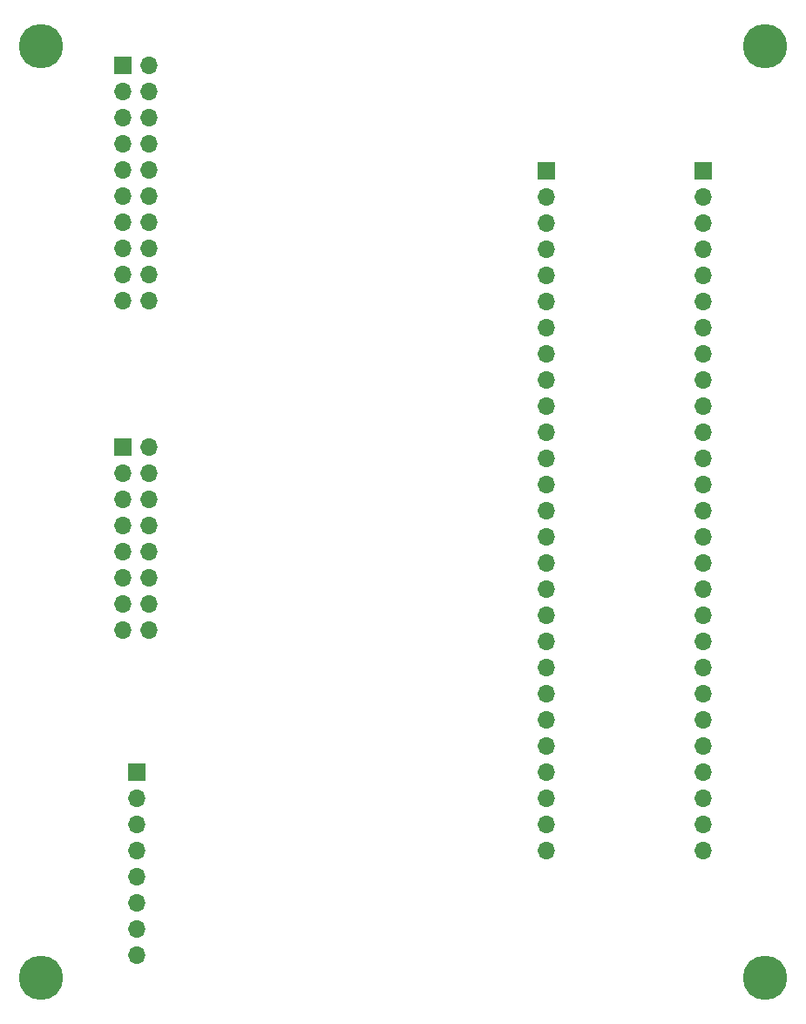
<source format=gbr>
%TF.GenerationSoftware,KiCad,Pcbnew,8.0.4*%
%TF.CreationDate,2024-09-23T22:15:34+08:00*%
%TF.ProjectId,Passive PCB,50617373-6976-4652-9050-43422e6b6963,rev?*%
%TF.SameCoordinates,Original*%
%TF.FileFunction,Soldermask,Bot*%
%TF.FilePolarity,Negative*%
%FSLAX46Y46*%
G04 Gerber Fmt 4.6, Leading zero omitted, Abs format (unit mm)*
G04 Created by KiCad (PCBNEW 8.0.4) date 2024-09-23 22:15:34*
%MOMM*%
%LPD*%
G01*
G04 APERTURE LIST*
%ADD10R,1.700000X1.700000*%
%ADD11O,1.700000X1.700000*%
%ADD12C,4.300000*%
G04 APERTURE END LIST*
D10*
%TO.C,Addr_In*%
X124100000Y-57300000D03*
D11*
X126640000Y-57300000D03*
X124100000Y-59840000D03*
X126640000Y-59840000D03*
X124100000Y-62380000D03*
X126640000Y-62380000D03*
X124100000Y-64920000D03*
X126640000Y-64920000D03*
X124100000Y-67460000D03*
X126640000Y-67460000D03*
X124100000Y-70000000D03*
X126640000Y-70000000D03*
X124100000Y-72540000D03*
X126640000Y-72540000D03*
X124100000Y-75080000D03*
X126640000Y-75080000D03*
X124100000Y-77620000D03*
X126640000Y-77620000D03*
X124100000Y-80160000D03*
X126640000Y-80160000D03*
%TD*%
D10*
%TO.C,Data_In*%
X124096000Y-94400000D03*
D11*
X126636000Y-94400000D03*
X124096000Y-96940000D03*
X126636000Y-96940000D03*
X124096000Y-99480000D03*
X126636000Y-99480000D03*
X124096000Y-102020000D03*
X126636000Y-102020000D03*
X124096000Y-104560000D03*
X126636000Y-104560000D03*
X124096000Y-107100000D03*
X126636000Y-107100000D03*
X124096000Y-109640000D03*
X126636000Y-109640000D03*
X124096000Y-112180000D03*
X126636000Y-112180000D03*
%TD*%
D10*
%TO.C,MRAM*%
X165286200Y-67512600D03*
D11*
X165286200Y-70052600D03*
X165286200Y-72592600D03*
X165286200Y-75132600D03*
X165286200Y-77672600D03*
X165286200Y-80212600D03*
X165286200Y-82752600D03*
X165286200Y-85292600D03*
X165286200Y-87832600D03*
X165286200Y-90372600D03*
X165286200Y-92912600D03*
X165286200Y-95452600D03*
X165286200Y-97992600D03*
X165286200Y-100532600D03*
X165286200Y-103072600D03*
X165286200Y-105612600D03*
X165286200Y-108152600D03*
X165286200Y-110692600D03*
X165286200Y-113232600D03*
X165286200Y-115772600D03*
X165286200Y-118312600D03*
X165286200Y-120852600D03*
X165286200Y-123392600D03*
X165286200Y-125932600D03*
X165286200Y-128472600D03*
X165286200Y-131012600D03*
X165286200Y-133552600D03*
X180525720Y-133553560D03*
X180525720Y-131013560D03*
X180525720Y-128473560D03*
X180525720Y-125933560D03*
X180525720Y-123393560D03*
X180525720Y-120853560D03*
X180525720Y-118313560D03*
X180525720Y-115773560D03*
X180525720Y-113233560D03*
X180525720Y-110693560D03*
X180525720Y-108153560D03*
X180525720Y-105613560D03*
X180525720Y-103073560D03*
X180525720Y-100533560D03*
X180525720Y-97993560D03*
X180525720Y-95453560D03*
X180525720Y-92913560D03*
X180525720Y-90373560D03*
X180525720Y-87833560D03*
X180525720Y-85293560D03*
X180525720Y-82753560D03*
X180525720Y-80213560D03*
X180525720Y-77673560D03*
X180525720Y-75133560D03*
X180525720Y-72593560D03*
X180525720Y-70053560D03*
D10*
X180525720Y-67513560D03*
%TD*%
D12*
%TO.C,REF\u002A\u002A*%
X186500000Y-55400000D03*
%TD*%
%TO.C,REF\u002A\u002A*%
X116200000Y-145900000D03*
%TD*%
%TO.C,REF\u002A\u002A*%
X186500000Y-145900000D03*
%TD*%
D10*
%TO.C,Ctrl_In*%
X125500000Y-125950000D03*
D11*
X125500000Y-128490000D03*
X125500000Y-131030000D03*
X125500000Y-133570000D03*
X125500000Y-136110000D03*
X125500000Y-138650000D03*
X125500000Y-141190000D03*
X125500000Y-143730000D03*
%TD*%
D12*
%TO.C,REF\u002A\u002A*%
X116200000Y-55400000D03*
%TD*%
M02*

</source>
